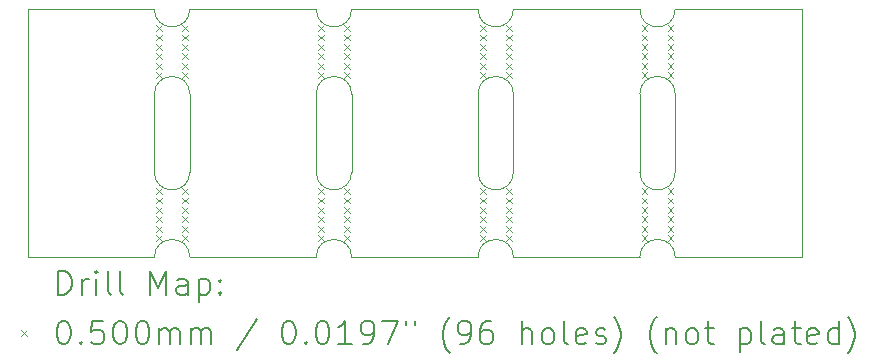
<source format=gbr>
%TF.GenerationSoftware,KiCad,Pcbnew,7.0.11*%
%TF.CreationDate,2024-10-23T23:44:57+03:00*%
%TF.ProjectId,rndip16,726e6469-7031-4362-9e6b-696361645f70,rev?*%
%TF.SameCoordinates,Original*%
%TF.FileFunction,Drillmap*%
%TF.FilePolarity,Positive*%
%FSLAX45Y45*%
G04 Gerber Fmt 4.5, Leading zero omitted, Abs format (unit mm)*
G04 Created by KiCad (PCBNEW 7.0.11) date 2024-10-23 23:44:57*
%MOMM*%
%LPD*%
G01*
G04 APERTURE LIST*
%ADD10C,0.100000*%
%ADD11C,0.200000*%
G04 APERTURE END LIST*
D10*
X11950000Y-6690000D02*
X10880000Y-6690000D01*
X10880000Y-4590000D02*
X11950000Y-4590000D01*
X11950000Y-6690000D02*
X11950000Y-4590000D01*
X10580000Y-6690000D02*
X9510000Y-6690000D01*
X9510000Y-4590000D02*
X10580000Y-4590000D01*
X10580000Y-5970000D02*
X10580000Y-5310000D01*
X10880000Y-5310000D02*
X10880000Y-5970000D01*
X9510000Y-5310000D02*
X9510000Y-5970000D01*
X9210000Y-6690000D02*
X8140000Y-6690000D01*
X8140000Y-4590000D02*
X9210000Y-4590000D01*
X9210000Y-5970000D02*
X9210000Y-5310000D01*
X6470000Y-5970000D02*
X6470000Y-5310000D01*
X6770000Y-5310000D02*
X6770000Y-5970000D01*
X5400000Y-6690000D02*
X5400000Y-4590000D01*
X6470000Y-6690000D02*
X5400000Y-6690000D01*
X5400000Y-4590000D02*
X6470000Y-4590000D01*
X7840000Y-5970000D02*
X7840000Y-5310000D01*
X6770000Y-4590000D02*
X7840000Y-4590000D01*
X7840000Y-6690000D02*
X6770000Y-6690000D01*
X8140000Y-5310000D02*
X8140000Y-5970000D01*
X10880000Y-5310000D02*
G75*
G03*
X10580000Y-5310000I-150000J0D01*
G01*
X10580000Y-4590000D02*
G75*
G03*
X10880000Y-4590000I150000J0D01*
G01*
X10880000Y-6690000D02*
G75*
G03*
X10580000Y-6690000I-150000J0D01*
G01*
X10580000Y-5970000D02*
G75*
G03*
X10880000Y-5970000I150000J0D01*
G01*
X9510000Y-5310000D02*
G75*
G03*
X9210000Y-5310000I-150000J0D01*
G01*
X9210000Y-4590000D02*
G75*
G03*
X9510000Y-4590000I150000J0D01*
G01*
X9510000Y-6690000D02*
G75*
G03*
X9210000Y-6690000I-150000J0D01*
G01*
X9210000Y-5970000D02*
G75*
G03*
X9510000Y-5970000I150000J0D01*
G01*
X6770000Y-6690000D02*
G75*
G03*
X6470000Y-6690000I-150000J0D01*
G01*
X6470000Y-5970000D02*
G75*
G03*
X6770000Y-5970000I150000J0D01*
G01*
X6770000Y-5310000D02*
G75*
G03*
X6470000Y-5310000I-150000J0D01*
G01*
X6470000Y-4590000D02*
G75*
G03*
X6770000Y-4590000I150000J0D01*
G01*
X7840000Y-5970000D02*
G75*
G03*
X8140000Y-5970000I150000J0D01*
G01*
X8140000Y-6690000D02*
G75*
G03*
X7840000Y-6690000I-150000J0D01*
G01*
X7840000Y-4590000D02*
G75*
G03*
X8140000Y-4590000I150000J0D01*
G01*
X8140000Y-5310000D02*
G75*
G03*
X7840000Y-5310000I-150000J0D01*
G01*
D11*
D10*
X6485000Y-4725000D02*
X6535000Y-4775000D01*
X6535000Y-4725000D02*
X6485000Y-4775000D01*
X6485000Y-4805000D02*
X6535000Y-4855000D01*
X6535000Y-4805000D02*
X6485000Y-4855000D01*
X6485000Y-4885000D02*
X6535000Y-4935000D01*
X6535000Y-4885000D02*
X6485000Y-4935000D01*
X6485000Y-4965000D02*
X6535000Y-5015000D01*
X6535000Y-4965000D02*
X6485000Y-5015000D01*
X6485000Y-5045000D02*
X6535000Y-5095000D01*
X6535000Y-5045000D02*
X6485000Y-5095000D01*
X6485000Y-5125000D02*
X6535000Y-5175000D01*
X6535000Y-5125000D02*
X6485000Y-5175000D01*
X6485000Y-6105000D02*
X6535000Y-6155000D01*
X6535000Y-6105000D02*
X6485000Y-6155000D01*
X6485000Y-6185000D02*
X6535000Y-6235000D01*
X6535000Y-6185000D02*
X6485000Y-6235000D01*
X6485000Y-6265000D02*
X6535000Y-6315000D01*
X6535000Y-6265000D02*
X6485000Y-6315000D01*
X6485000Y-6345000D02*
X6535000Y-6395000D01*
X6535000Y-6345000D02*
X6485000Y-6395000D01*
X6485000Y-6425000D02*
X6535000Y-6475000D01*
X6535000Y-6425000D02*
X6485000Y-6475000D01*
X6485000Y-6505000D02*
X6535000Y-6555000D01*
X6535000Y-6505000D02*
X6485000Y-6555000D01*
X6705000Y-4725000D02*
X6755000Y-4775000D01*
X6755000Y-4725000D02*
X6705000Y-4775000D01*
X6705000Y-4805000D02*
X6755000Y-4855000D01*
X6755000Y-4805000D02*
X6705000Y-4855000D01*
X6705000Y-4885000D02*
X6755000Y-4935000D01*
X6755000Y-4885000D02*
X6705000Y-4935000D01*
X6705000Y-4965000D02*
X6755000Y-5015000D01*
X6755000Y-4965000D02*
X6705000Y-5015000D01*
X6705000Y-5045000D02*
X6755000Y-5095000D01*
X6755000Y-5045000D02*
X6705000Y-5095000D01*
X6705000Y-5125000D02*
X6755000Y-5175000D01*
X6755000Y-5125000D02*
X6705000Y-5175000D01*
X6705000Y-6105000D02*
X6755000Y-6155000D01*
X6755000Y-6105000D02*
X6705000Y-6155000D01*
X6705000Y-6185000D02*
X6755000Y-6235000D01*
X6755000Y-6185000D02*
X6705000Y-6235000D01*
X6705000Y-6265000D02*
X6755000Y-6315000D01*
X6755000Y-6265000D02*
X6705000Y-6315000D01*
X6705000Y-6345000D02*
X6755000Y-6395000D01*
X6755000Y-6345000D02*
X6705000Y-6395000D01*
X6705000Y-6425000D02*
X6755000Y-6475000D01*
X6755000Y-6425000D02*
X6705000Y-6475000D01*
X6705000Y-6505000D02*
X6755000Y-6555000D01*
X6755000Y-6505000D02*
X6705000Y-6555000D01*
X7855000Y-4725000D02*
X7905000Y-4775000D01*
X7905000Y-4725000D02*
X7855000Y-4775000D01*
X7855000Y-4805000D02*
X7905000Y-4855000D01*
X7905000Y-4805000D02*
X7855000Y-4855000D01*
X7855000Y-4885000D02*
X7905000Y-4935000D01*
X7905000Y-4885000D02*
X7855000Y-4935000D01*
X7855000Y-4965000D02*
X7905000Y-5015000D01*
X7905000Y-4965000D02*
X7855000Y-5015000D01*
X7855000Y-5045000D02*
X7905000Y-5095000D01*
X7905000Y-5045000D02*
X7855000Y-5095000D01*
X7855000Y-5125000D02*
X7905000Y-5175000D01*
X7905000Y-5125000D02*
X7855000Y-5175000D01*
X7855000Y-6105000D02*
X7905000Y-6155000D01*
X7905000Y-6105000D02*
X7855000Y-6155000D01*
X7855000Y-6185000D02*
X7905000Y-6235000D01*
X7905000Y-6185000D02*
X7855000Y-6235000D01*
X7855000Y-6265000D02*
X7905000Y-6315000D01*
X7905000Y-6265000D02*
X7855000Y-6315000D01*
X7855000Y-6345000D02*
X7905000Y-6395000D01*
X7905000Y-6345000D02*
X7855000Y-6395000D01*
X7855000Y-6425000D02*
X7905000Y-6475000D01*
X7905000Y-6425000D02*
X7855000Y-6475000D01*
X7855000Y-6505000D02*
X7905000Y-6555000D01*
X7905000Y-6505000D02*
X7855000Y-6555000D01*
X8075000Y-4725000D02*
X8125000Y-4775000D01*
X8125000Y-4725000D02*
X8075000Y-4775000D01*
X8075000Y-4805000D02*
X8125000Y-4855000D01*
X8125000Y-4805000D02*
X8075000Y-4855000D01*
X8075000Y-4885000D02*
X8125000Y-4935000D01*
X8125000Y-4885000D02*
X8075000Y-4935000D01*
X8075000Y-4965000D02*
X8125000Y-5015000D01*
X8125000Y-4965000D02*
X8075000Y-5015000D01*
X8075000Y-5045000D02*
X8125000Y-5095000D01*
X8125000Y-5045000D02*
X8075000Y-5095000D01*
X8075000Y-5125000D02*
X8125000Y-5175000D01*
X8125000Y-5125000D02*
X8075000Y-5175000D01*
X8075000Y-6105000D02*
X8125000Y-6155000D01*
X8125000Y-6105000D02*
X8075000Y-6155000D01*
X8075000Y-6185000D02*
X8125000Y-6235000D01*
X8125000Y-6185000D02*
X8075000Y-6235000D01*
X8075000Y-6265000D02*
X8125000Y-6315000D01*
X8125000Y-6265000D02*
X8075000Y-6315000D01*
X8075000Y-6345000D02*
X8125000Y-6395000D01*
X8125000Y-6345000D02*
X8075000Y-6395000D01*
X8075000Y-6425000D02*
X8125000Y-6475000D01*
X8125000Y-6425000D02*
X8075000Y-6475000D01*
X8075000Y-6505000D02*
X8125000Y-6555000D01*
X8125000Y-6505000D02*
X8075000Y-6555000D01*
X9225000Y-4725000D02*
X9275000Y-4775000D01*
X9275000Y-4725000D02*
X9225000Y-4775000D01*
X9225000Y-4805000D02*
X9275000Y-4855000D01*
X9275000Y-4805000D02*
X9225000Y-4855000D01*
X9225000Y-4885000D02*
X9275000Y-4935000D01*
X9275000Y-4885000D02*
X9225000Y-4935000D01*
X9225000Y-4965000D02*
X9275000Y-5015000D01*
X9275000Y-4965000D02*
X9225000Y-5015000D01*
X9225000Y-5045000D02*
X9275000Y-5095000D01*
X9275000Y-5045000D02*
X9225000Y-5095000D01*
X9225000Y-5125000D02*
X9275000Y-5175000D01*
X9275000Y-5125000D02*
X9225000Y-5175000D01*
X9225000Y-6105000D02*
X9275000Y-6155000D01*
X9275000Y-6105000D02*
X9225000Y-6155000D01*
X9225000Y-6185000D02*
X9275000Y-6235000D01*
X9275000Y-6185000D02*
X9225000Y-6235000D01*
X9225000Y-6265000D02*
X9275000Y-6315000D01*
X9275000Y-6265000D02*
X9225000Y-6315000D01*
X9225000Y-6345000D02*
X9275000Y-6395000D01*
X9275000Y-6345000D02*
X9225000Y-6395000D01*
X9225000Y-6425000D02*
X9275000Y-6475000D01*
X9275000Y-6425000D02*
X9225000Y-6475000D01*
X9225000Y-6505000D02*
X9275000Y-6555000D01*
X9275000Y-6505000D02*
X9225000Y-6555000D01*
X9445000Y-4725000D02*
X9495000Y-4775000D01*
X9495000Y-4725000D02*
X9445000Y-4775000D01*
X9445000Y-4805000D02*
X9495000Y-4855000D01*
X9495000Y-4805000D02*
X9445000Y-4855000D01*
X9445000Y-4885000D02*
X9495000Y-4935000D01*
X9495000Y-4885000D02*
X9445000Y-4935000D01*
X9445000Y-4965000D02*
X9495000Y-5015000D01*
X9495000Y-4965000D02*
X9445000Y-5015000D01*
X9445000Y-5045000D02*
X9495000Y-5095000D01*
X9495000Y-5045000D02*
X9445000Y-5095000D01*
X9445000Y-5125000D02*
X9495000Y-5175000D01*
X9495000Y-5125000D02*
X9445000Y-5175000D01*
X9445000Y-6105000D02*
X9495000Y-6155000D01*
X9495000Y-6105000D02*
X9445000Y-6155000D01*
X9445000Y-6185000D02*
X9495000Y-6235000D01*
X9495000Y-6185000D02*
X9445000Y-6235000D01*
X9445000Y-6265000D02*
X9495000Y-6315000D01*
X9495000Y-6265000D02*
X9445000Y-6315000D01*
X9445000Y-6345000D02*
X9495000Y-6395000D01*
X9495000Y-6345000D02*
X9445000Y-6395000D01*
X9445000Y-6425000D02*
X9495000Y-6475000D01*
X9495000Y-6425000D02*
X9445000Y-6475000D01*
X9445000Y-6505000D02*
X9495000Y-6555000D01*
X9495000Y-6505000D02*
X9445000Y-6555000D01*
X10595000Y-4725000D02*
X10645000Y-4775000D01*
X10645000Y-4725000D02*
X10595000Y-4775000D01*
X10595000Y-4805000D02*
X10645000Y-4855000D01*
X10645000Y-4805000D02*
X10595000Y-4855000D01*
X10595000Y-4885000D02*
X10645000Y-4935000D01*
X10645000Y-4885000D02*
X10595000Y-4935000D01*
X10595000Y-4965000D02*
X10645000Y-5015000D01*
X10645000Y-4965000D02*
X10595000Y-5015000D01*
X10595000Y-5045000D02*
X10645000Y-5095000D01*
X10645000Y-5045000D02*
X10595000Y-5095000D01*
X10595000Y-5125000D02*
X10645000Y-5175000D01*
X10645000Y-5125000D02*
X10595000Y-5175000D01*
X10595000Y-6105000D02*
X10645000Y-6155000D01*
X10645000Y-6105000D02*
X10595000Y-6155000D01*
X10595000Y-6185000D02*
X10645000Y-6235000D01*
X10645000Y-6185000D02*
X10595000Y-6235000D01*
X10595000Y-6265000D02*
X10645000Y-6315000D01*
X10645000Y-6265000D02*
X10595000Y-6315000D01*
X10595000Y-6345000D02*
X10645000Y-6395000D01*
X10645000Y-6345000D02*
X10595000Y-6395000D01*
X10595000Y-6425000D02*
X10645000Y-6475000D01*
X10645000Y-6425000D02*
X10595000Y-6475000D01*
X10595000Y-6505000D02*
X10645000Y-6555000D01*
X10645000Y-6505000D02*
X10595000Y-6555000D01*
X10815000Y-4725000D02*
X10865000Y-4775000D01*
X10865000Y-4725000D02*
X10815000Y-4775000D01*
X10815000Y-4805000D02*
X10865000Y-4855000D01*
X10865000Y-4805000D02*
X10815000Y-4855000D01*
X10815000Y-4885000D02*
X10865000Y-4935000D01*
X10865000Y-4885000D02*
X10815000Y-4935000D01*
X10815000Y-4965000D02*
X10865000Y-5015000D01*
X10865000Y-4965000D02*
X10815000Y-5015000D01*
X10815000Y-5045000D02*
X10865000Y-5095000D01*
X10865000Y-5045000D02*
X10815000Y-5095000D01*
X10815000Y-5125000D02*
X10865000Y-5175000D01*
X10865000Y-5125000D02*
X10815000Y-5175000D01*
X10815000Y-6105000D02*
X10865000Y-6155000D01*
X10865000Y-6105000D02*
X10815000Y-6155000D01*
X10815000Y-6185000D02*
X10865000Y-6235000D01*
X10865000Y-6185000D02*
X10815000Y-6235000D01*
X10815000Y-6265000D02*
X10865000Y-6315000D01*
X10865000Y-6265000D02*
X10815000Y-6315000D01*
X10815000Y-6345000D02*
X10865000Y-6395000D01*
X10865000Y-6345000D02*
X10815000Y-6395000D01*
X10815000Y-6425000D02*
X10865000Y-6475000D01*
X10865000Y-6425000D02*
X10815000Y-6475000D01*
X10815000Y-6505000D02*
X10865000Y-6555000D01*
X10865000Y-6505000D02*
X10815000Y-6555000D01*
D11*
X5655777Y-7006484D02*
X5655777Y-6806484D01*
X5655777Y-6806484D02*
X5703396Y-6806484D01*
X5703396Y-6806484D02*
X5731967Y-6816008D01*
X5731967Y-6816008D02*
X5751015Y-6835055D01*
X5751015Y-6835055D02*
X5760539Y-6854103D01*
X5760539Y-6854103D02*
X5770062Y-6892198D01*
X5770062Y-6892198D02*
X5770062Y-6920769D01*
X5770062Y-6920769D02*
X5760539Y-6958865D01*
X5760539Y-6958865D02*
X5751015Y-6977912D01*
X5751015Y-6977912D02*
X5731967Y-6996960D01*
X5731967Y-6996960D02*
X5703396Y-7006484D01*
X5703396Y-7006484D02*
X5655777Y-7006484D01*
X5855777Y-7006484D02*
X5855777Y-6873150D01*
X5855777Y-6911246D02*
X5865301Y-6892198D01*
X5865301Y-6892198D02*
X5874824Y-6882674D01*
X5874824Y-6882674D02*
X5893872Y-6873150D01*
X5893872Y-6873150D02*
X5912920Y-6873150D01*
X5979586Y-7006484D02*
X5979586Y-6873150D01*
X5979586Y-6806484D02*
X5970062Y-6816008D01*
X5970062Y-6816008D02*
X5979586Y-6825531D01*
X5979586Y-6825531D02*
X5989110Y-6816008D01*
X5989110Y-6816008D02*
X5979586Y-6806484D01*
X5979586Y-6806484D02*
X5979586Y-6825531D01*
X6103396Y-7006484D02*
X6084348Y-6996960D01*
X6084348Y-6996960D02*
X6074824Y-6977912D01*
X6074824Y-6977912D02*
X6074824Y-6806484D01*
X6208158Y-7006484D02*
X6189110Y-6996960D01*
X6189110Y-6996960D02*
X6179586Y-6977912D01*
X6179586Y-6977912D02*
X6179586Y-6806484D01*
X6436729Y-7006484D02*
X6436729Y-6806484D01*
X6436729Y-6806484D02*
X6503396Y-6949341D01*
X6503396Y-6949341D02*
X6570062Y-6806484D01*
X6570062Y-6806484D02*
X6570062Y-7006484D01*
X6751015Y-7006484D02*
X6751015Y-6901722D01*
X6751015Y-6901722D02*
X6741491Y-6882674D01*
X6741491Y-6882674D02*
X6722443Y-6873150D01*
X6722443Y-6873150D02*
X6684348Y-6873150D01*
X6684348Y-6873150D02*
X6665301Y-6882674D01*
X6751015Y-6996960D02*
X6731967Y-7006484D01*
X6731967Y-7006484D02*
X6684348Y-7006484D01*
X6684348Y-7006484D02*
X6665301Y-6996960D01*
X6665301Y-6996960D02*
X6655777Y-6977912D01*
X6655777Y-6977912D02*
X6655777Y-6958865D01*
X6655777Y-6958865D02*
X6665301Y-6939817D01*
X6665301Y-6939817D02*
X6684348Y-6930293D01*
X6684348Y-6930293D02*
X6731967Y-6930293D01*
X6731967Y-6930293D02*
X6751015Y-6920769D01*
X6846253Y-6873150D02*
X6846253Y-7073150D01*
X6846253Y-6882674D02*
X6865301Y-6873150D01*
X6865301Y-6873150D02*
X6903396Y-6873150D01*
X6903396Y-6873150D02*
X6922443Y-6882674D01*
X6922443Y-6882674D02*
X6931967Y-6892198D01*
X6931967Y-6892198D02*
X6941491Y-6911246D01*
X6941491Y-6911246D02*
X6941491Y-6968388D01*
X6941491Y-6968388D02*
X6931967Y-6987436D01*
X6931967Y-6987436D02*
X6922443Y-6996960D01*
X6922443Y-6996960D02*
X6903396Y-7006484D01*
X6903396Y-7006484D02*
X6865301Y-7006484D01*
X6865301Y-7006484D02*
X6846253Y-6996960D01*
X7027205Y-6987436D02*
X7036729Y-6996960D01*
X7036729Y-6996960D02*
X7027205Y-7006484D01*
X7027205Y-7006484D02*
X7017682Y-6996960D01*
X7017682Y-6996960D02*
X7027205Y-6987436D01*
X7027205Y-6987436D02*
X7027205Y-7006484D01*
X7027205Y-6882674D02*
X7036729Y-6892198D01*
X7036729Y-6892198D02*
X7027205Y-6901722D01*
X7027205Y-6901722D02*
X7017682Y-6892198D01*
X7017682Y-6892198D02*
X7027205Y-6882674D01*
X7027205Y-6882674D02*
X7027205Y-6901722D01*
D10*
X5345000Y-7310000D02*
X5395000Y-7360000D01*
X5395000Y-7310000D02*
X5345000Y-7360000D01*
D11*
X5693872Y-7226484D02*
X5712920Y-7226484D01*
X5712920Y-7226484D02*
X5731967Y-7236008D01*
X5731967Y-7236008D02*
X5741491Y-7245531D01*
X5741491Y-7245531D02*
X5751015Y-7264579D01*
X5751015Y-7264579D02*
X5760539Y-7302674D01*
X5760539Y-7302674D02*
X5760539Y-7350293D01*
X5760539Y-7350293D02*
X5751015Y-7388388D01*
X5751015Y-7388388D02*
X5741491Y-7407436D01*
X5741491Y-7407436D02*
X5731967Y-7416960D01*
X5731967Y-7416960D02*
X5712920Y-7426484D01*
X5712920Y-7426484D02*
X5693872Y-7426484D01*
X5693872Y-7426484D02*
X5674824Y-7416960D01*
X5674824Y-7416960D02*
X5665301Y-7407436D01*
X5665301Y-7407436D02*
X5655777Y-7388388D01*
X5655777Y-7388388D02*
X5646253Y-7350293D01*
X5646253Y-7350293D02*
X5646253Y-7302674D01*
X5646253Y-7302674D02*
X5655777Y-7264579D01*
X5655777Y-7264579D02*
X5665301Y-7245531D01*
X5665301Y-7245531D02*
X5674824Y-7236008D01*
X5674824Y-7236008D02*
X5693872Y-7226484D01*
X5846253Y-7407436D02*
X5855777Y-7416960D01*
X5855777Y-7416960D02*
X5846253Y-7426484D01*
X5846253Y-7426484D02*
X5836729Y-7416960D01*
X5836729Y-7416960D02*
X5846253Y-7407436D01*
X5846253Y-7407436D02*
X5846253Y-7426484D01*
X6036729Y-7226484D02*
X5941491Y-7226484D01*
X5941491Y-7226484D02*
X5931967Y-7321722D01*
X5931967Y-7321722D02*
X5941491Y-7312198D01*
X5941491Y-7312198D02*
X5960539Y-7302674D01*
X5960539Y-7302674D02*
X6008158Y-7302674D01*
X6008158Y-7302674D02*
X6027205Y-7312198D01*
X6027205Y-7312198D02*
X6036729Y-7321722D01*
X6036729Y-7321722D02*
X6046253Y-7340769D01*
X6046253Y-7340769D02*
X6046253Y-7388388D01*
X6046253Y-7388388D02*
X6036729Y-7407436D01*
X6036729Y-7407436D02*
X6027205Y-7416960D01*
X6027205Y-7416960D02*
X6008158Y-7426484D01*
X6008158Y-7426484D02*
X5960539Y-7426484D01*
X5960539Y-7426484D02*
X5941491Y-7416960D01*
X5941491Y-7416960D02*
X5931967Y-7407436D01*
X6170062Y-7226484D02*
X6189110Y-7226484D01*
X6189110Y-7226484D02*
X6208158Y-7236008D01*
X6208158Y-7236008D02*
X6217682Y-7245531D01*
X6217682Y-7245531D02*
X6227205Y-7264579D01*
X6227205Y-7264579D02*
X6236729Y-7302674D01*
X6236729Y-7302674D02*
X6236729Y-7350293D01*
X6236729Y-7350293D02*
X6227205Y-7388388D01*
X6227205Y-7388388D02*
X6217682Y-7407436D01*
X6217682Y-7407436D02*
X6208158Y-7416960D01*
X6208158Y-7416960D02*
X6189110Y-7426484D01*
X6189110Y-7426484D02*
X6170062Y-7426484D01*
X6170062Y-7426484D02*
X6151015Y-7416960D01*
X6151015Y-7416960D02*
X6141491Y-7407436D01*
X6141491Y-7407436D02*
X6131967Y-7388388D01*
X6131967Y-7388388D02*
X6122443Y-7350293D01*
X6122443Y-7350293D02*
X6122443Y-7302674D01*
X6122443Y-7302674D02*
X6131967Y-7264579D01*
X6131967Y-7264579D02*
X6141491Y-7245531D01*
X6141491Y-7245531D02*
X6151015Y-7236008D01*
X6151015Y-7236008D02*
X6170062Y-7226484D01*
X6360539Y-7226484D02*
X6379586Y-7226484D01*
X6379586Y-7226484D02*
X6398634Y-7236008D01*
X6398634Y-7236008D02*
X6408158Y-7245531D01*
X6408158Y-7245531D02*
X6417682Y-7264579D01*
X6417682Y-7264579D02*
X6427205Y-7302674D01*
X6427205Y-7302674D02*
X6427205Y-7350293D01*
X6427205Y-7350293D02*
X6417682Y-7388388D01*
X6417682Y-7388388D02*
X6408158Y-7407436D01*
X6408158Y-7407436D02*
X6398634Y-7416960D01*
X6398634Y-7416960D02*
X6379586Y-7426484D01*
X6379586Y-7426484D02*
X6360539Y-7426484D01*
X6360539Y-7426484D02*
X6341491Y-7416960D01*
X6341491Y-7416960D02*
X6331967Y-7407436D01*
X6331967Y-7407436D02*
X6322443Y-7388388D01*
X6322443Y-7388388D02*
X6312920Y-7350293D01*
X6312920Y-7350293D02*
X6312920Y-7302674D01*
X6312920Y-7302674D02*
X6322443Y-7264579D01*
X6322443Y-7264579D02*
X6331967Y-7245531D01*
X6331967Y-7245531D02*
X6341491Y-7236008D01*
X6341491Y-7236008D02*
X6360539Y-7226484D01*
X6512920Y-7426484D02*
X6512920Y-7293150D01*
X6512920Y-7312198D02*
X6522443Y-7302674D01*
X6522443Y-7302674D02*
X6541491Y-7293150D01*
X6541491Y-7293150D02*
X6570063Y-7293150D01*
X6570063Y-7293150D02*
X6589110Y-7302674D01*
X6589110Y-7302674D02*
X6598634Y-7321722D01*
X6598634Y-7321722D02*
X6598634Y-7426484D01*
X6598634Y-7321722D02*
X6608158Y-7302674D01*
X6608158Y-7302674D02*
X6627205Y-7293150D01*
X6627205Y-7293150D02*
X6655777Y-7293150D01*
X6655777Y-7293150D02*
X6674824Y-7302674D01*
X6674824Y-7302674D02*
X6684348Y-7321722D01*
X6684348Y-7321722D02*
X6684348Y-7426484D01*
X6779586Y-7426484D02*
X6779586Y-7293150D01*
X6779586Y-7312198D02*
X6789110Y-7302674D01*
X6789110Y-7302674D02*
X6808158Y-7293150D01*
X6808158Y-7293150D02*
X6836729Y-7293150D01*
X6836729Y-7293150D02*
X6855777Y-7302674D01*
X6855777Y-7302674D02*
X6865301Y-7321722D01*
X6865301Y-7321722D02*
X6865301Y-7426484D01*
X6865301Y-7321722D02*
X6874824Y-7302674D01*
X6874824Y-7302674D02*
X6893872Y-7293150D01*
X6893872Y-7293150D02*
X6922443Y-7293150D01*
X6922443Y-7293150D02*
X6941491Y-7302674D01*
X6941491Y-7302674D02*
X6951015Y-7321722D01*
X6951015Y-7321722D02*
X6951015Y-7426484D01*
X7341491Y-7216960D02*
X7170063Y-7474103D01*
X7598634Y-7226484D02*
X7617682Y-7226484D01*
X7617682Y-7226484D02*
X7636729Y-7236008D01*
X7636729Y-7236008D02*
X7646253Y-7245531D01*
X7646253Y-7245531D02*
X7655777Y-7264579D01*
X7655777Y-7264579D02*
X7665301Y-7302674D01*
X7665301Y-7302674D02*
X7665301Y-7350293D01*
X7665301Y-7350293D02*
X7655777Y-7388388D01*
X7655777Y-7388388D02*
X7646253Y-7407436D01*
X7646253Y-7407436D02*
X7636729Y-7416960D01*
X7636729Y-7416960D02*
X7617682Y-7426484D01*
X7617682Y-7426484D02*
X7598634Y-7426484D01*
X7598634Y-7426484D02*
X7579586Y-7416960D01*
X7579586Y-7416960D02*
X7570063Y-7407436D01*
X7570063Y-7407436D02*
X7560539Y-7388388D01*
X7560539Y-7388388D02*
X7551015Y-7350293D01*
X7551015Y-7350293D02*
X7551015Y-7302674D01*
X7551015Y-7302674D02*
X7560539Y-7264579D01*
X7560539Y-7264579D02*
X7570063Y-7245531D01*
X7570063Y-7245531D02*
X7579586Y-7236008D01*
X7579586Y-7236008D02*
X7598634Y-7226484D01*
X7751015Y-7407436D02*
X7760539Y-7416960D01*
X7760539Y-7416960D02*
X7751015Y-7426484D01*
X7751015Y-7426484D02*
X7741491Y-7416960D01*
X7741491Y-7416960D02*
X7751015Y-7407436D01*
X7751015Y-7407436D02*
X7751015Y-7426484D01*
X7884348Y-7226484D02*
X7903396Y-7226484D01*
X7903396Y-7226484D02*
X7922444Y-7236008D01*
X7922444Y-7236008D02*
X7931967Y-7245531D01*
X7931967Y-7245531D02*
X7941491Y-7264579D01*
X7941491Y-7264579D02*
X7951015Y-7302674D01*
X7951015Y-7302674D02*
X7951015Y-7350293D01*
X7951015Y-7350293D02*
X7941491Y-7388388D01*
X7941491Y-7388388D02*
X7931967Y-7407436D01*
X7931967Y-7407436D02*
X7922444Y-7416960D01*
X7922444Y-7416960D02*
X7903396Y-7426484D01*
X7903396Y-7426484D02*
X7884348Y-7426484D01*
X7884348Y-7426484D02*
X7865301Y-7416960D01*
X7865301Y-7416960D02*
X7855777Y-7407436D01*
X7855777Y-7407436D02*
X7846253Y-7388388D01*
X7846253Y-7388388D02*
X7836729Y-7350293D01*
X7836729Y-7350293D02*
X7836729Y-7302674D01*
X7836729Y-7302674D02*
X7846253Y-7264579D01*
X7846253Y-7264579D02*
X7855777Y-7245531D01*
X7855777Y-7245531D02*
X7865301Y-7236008D01*
X7865301Y-7236008D02*
X7884348Y-7226484D01*
X8141491Y-7426484D02*
X8027206Y-7426484D01*
X8084348Y-7426484D02*
X8084348Y-7226484D01*
X8084348Y-7226484D02*
X8065301Y-7255055D01*
X8065301Y-7255055D02*
X8046253Y-7274103D01*
X8046253Y-7274103D02*
X8027206Y-7283627D01*
X8236729Y-7426484D02*
X8274825Y-7426484D01*
X8274825Y-7426484D02*
X8293872Y-7416960D01*
X8293872Y-7416960D02*
X8303396Y-7407436D01*
X8303396Y-7407436D02*
X8322444Y-7378865D01*
X8322444Y-7378865D02*
X8331967Y-7340769D01*
X8331967Y-7340769D02*
X8331967Y-7264579D01*
X8331967Y-7264579D02*
X8322444Y-7245531D01*
X8322444Y-7245531D02*
X8312920Y-7236008D01*
X8312920Y-7236008D02*
X8293872Y-7226484D01*
X8293872Y-7226484D02*
X8255777Y-7226484D01*
X8255777Y-7226484D02*
X8236729Y-7236008D01*
X8236729Y-7236008D02*
X8227206Y-7245531D01*
X8227206Y-7245531D02*
X8217682Y-7264579D01*
X8217682Y-7264579D02*
X8217682Y-7312198D01*
X8217682Y-7312198D02*
X8227206Y-7331246D01*
X8227206Y-7331246D02*
X8236729Y-7340769D01*
X8236729Y-7340769D02*
X8255777Y-7350293D01*
X8255777Y-7350293D02*
X8293872Y-7350293D01*
X8293872Y-7350293D02*
X8312920Y-7340769D01*
X8312920Y-7340769D02*
X8322444Y-7331246D01*
X8322444Y-7331246D02*
X8331967Y-7312198D01*
X8398634Y-7226484D02*
X8531968Y-7226484D01*
X8531968Y-7226484D02*
X8446253Y-7426484D01*
X8598634Y-7226484D02*
X8598634Y-7264579D01*
X8674825Y-7226484D02*
X8674825Y-7264579D01*
X8970063Y-7502674D02*
X8960539Y-7493150D01*
X8960539Y-7493150D02*
X8941491Y-7464579D01*
X8941491Y-7464579D02*
X8931968Y-7445531D01*
X8931968Y-7445531D02*
X8922444Y-7416960D01*
X8922444Y-7416960D02*
X8912920Y-7369341D01*
X8912920Y-7369341D02*
X8912920Y-7331246D01*
X8912920Y-7331246D02*
X8922444Y-7283627D01*
X8922444Y-7283627D02*
X8931968Y-7255055D01*
X8931968Y-7255055D02*
X8941491Y-7236008D01*
X8941491Y-7236008D02*
X8960539Y-7207436D01*
X8960539Y-7207436D02*
X8970063Y-7197912D01*
X9055777Y-7426484D02*
X9093872Y-7426484D01*
X9093872Y-7426484D02*
X9112920Y-7416960D01*
X9112920Y-7416960D02*
X9122444Y-7407436D01*
X9122444Y-7407436D02*
X9141491Y-7378865D01*
X9141491Y-7378865D02*
X9151015Y-7340769D01*
X9151015Y-7340769D02*
X9151015Y-7264579D01*
X9151015Y-7264579D02*
X9141491Y-7245531D01*
X9141491Y-7245531D02*
X9131968Y-7236008D01*
X9131968Y-7236008D02*
X9112920Y-7226484D01*
X9112920Y-7226484D02*
X9074825Y-7226484D01*
X9074825Y-7226484D02*
X9055777Y-7236008D01*
X9055777Y-7236008D02*
X9046253Y-7245531D01*
X9046253Y-7245531D02*
X9036730Y-7264579D01*
X9036730Y-7264579D02*
X9036730Y-7312198D01*
X9036730Y-7312198D02*
X9046253Y-7331246D01*
X9046253Y-7331246D02*
X9055777Y-7340769D01*
X9055777Y-7340769D02*
X9074825Y-7350293D01*
X9074825Y-7350293D02*
X9112920Y-7350293D01*
X9112920Y-7350293D02*
X9131968Y-7340769D01*
X9131968Y-7340769D02*
X9141491Y-7331246D01*
X9141491Y-7331246D02*
X9151015Y-7312198D01*
X9322444Y-7226484D02*
X9284349Y-7226484D01*
X9284349Y-7226484D02*
X9265301Y-7236008D01*
X9265301Y-7236008D02*
X9255777Y-7245531D01*
X9255777Y-7245531D02*
X9236730Y-7274103D01*
X9236730Y-7274103D02*
X9227206Y-7312198D01*
X9227206Y-7312198D02*
X9227206Y-7388388D01*
X9227206Y-7388388D02*
X9236730Y-7407436D01*
X9236730Y-7407436D02*
X9246253Y-7416960D01*
X9246253Y-7416960D02*
X9265301Y-7426484D01*
X9265301Y-7426484D02*
X9303396Y-7426484D01*
X9303396Y-7426484D02*
X9322444Y-7416960D01*
X9322444Y-7416960D02*
X9331968Y-7407436D01*
X9331968Y-7407436D02*
X9341491Y-7388388D01*
X9341491Y-7388388D02*
X9341491Y-7340769D01*
X9341491Y-7340769D02*
X9331968Y-7321722D01*
X9331968Y-7321722D02*
X9322444Y-7312198D01*
X9322444Y-7312198D02*
X9303396Y-7302674D01*
X9303396Y-7302674D02*
X9265301Y-7302674D01*
X9265301Y-7302674D02*
X9246253Y-7312198D01*
X9246253Y-7312198D02*
X9236730Y-7321722D01*
X9236730Y-7321722D02*
X9227206Y-7340769D01*
X9579587Y-7426484D02*
X9579587Y-7226484D01*
X9665301Y-7426484D02*
X9665301Y-7321722D01*
X9665301Y-7321722D02*
X9655777Y-7302674D01*
X9655777Y-7302674D02*
X9636730Y-7293150D01*
X9636730Y-7293150D02*
X9608158Y-7293150D01*
X9608158Y-7293150D02*
X9589111Y-7302674D01*
X9589111Y-7302674D02*
X9579587Y-7312198D01*
X9789111Y-7426484D02*
X9770063Y-7416960D01*
X9770063Y-7416960D02*
X9760539Y-7407436D01*
X9760539Y-7407436D02*
X9751015Y-7388388D01*
X9751015Y-7388388D02*
X9751015Y-7331246D01*
X9751015Y-7331246D02*
X9760539Y-7312198D01*
X9760539Y-7312198D02*
X9770063Y-7302674D01*
X9770063Y-7302674D02*
X9789111Y-7293150D01*
X9789111Y-7293150D02*
X9817682Y-7293150D01*
X9817682Y-7293150D02*
X9836730Y-7302674D01*
X9836730Y-7302674D02*
X9846253Y-7312198D01*
X9846253Y-7312198D02*
X9855777Y-7331246D01*
X9855777Y-7331246D02*
X9855777Y-7388388D01*
X9855777Y-7388388D02*
X9846253Y-7407436D01*
X9846253Y-7407436D02*
X9836730Y-7416960D01*
X9836730Y-7416960D02*
X9817682Y-7426484D01*
X9817682Y-7426484D02*
X9789111Y-7426484D01*
X9970063Y-7426484D02*
X9951015Y-7416960D01*
X9951015Y-7416960D02*
X9941492Y-7397912D01*
X9941492Y-7397912D02*
X9941492Y-7226484D01*
X10122444Y-7416960D02*
X10103396Y-7426484D01*
X10103396Y-7426484D02*
X10065301Y-7426484D01*
X10065301Y-7426484D02*
X10046253Y-7416960D01*
X10046253Y-7416960D02*
X10036730Y-7397912D01*
X10036730Y-7397912D02*
X10036730Y-7321722D01*
X10036730Y-7321722D02*
X10046253Y-7302674D01*
X10046253Y-7302674D02*
X10065301Y-7293150D01*
X10065301Y-7293150D02*
X10103396Y-7293150D01*
X10103396Y-7293150D02*
X10122444Y-7302674D01*
X10122444Y-7302674D02*
X10131968Y-7321722D01*
X10131968Y-7321722D02*
X10131968Y-7340769D01*
X10131968Y-7340769D02*
X10036730Y-7359817D01*
X10208158Y-7416960D02*
X10227206Y-7426484D01*
X10227206Y-7426484D02*
X10265301Y-7426484D01*
X10265301Y-7426484D02*
X10284349Y-7416960D01*
X10284349Y-7416960D02*
X10293873Y-7397912D01*
X10293873Y-7397912D02*
X10293873Y-7388388D01*
X10293873Y-7388388D02*
X10284349Y-7369341D01*
X10284349Y-7369341D02*
X10265301Y-7359817D01*
X10265301Y-7359817D02*
X10236730Y-7359817D01*
X10236730Y-7359817D02*
X10217682Y-7350293D01*
X10217682Y-7350293D02*
X10208158Y-7331246D01*
X10208158Y-7331246D02*
X10208158Y-7321722D01*
X10208158Y-7321722D02*
X10217682Y-7302674D01*
X10217682Y-7302674D02*
X10236730Y-7293150D01*
X10236730Y-7293150D02*
X10265301Y-7293150D01*
X10265301Y-7293150D02*
X10284349Y-7302674D01*
X10360539Y-7502674D02*
X10370063Y-7493150D01*
X10370063Y-7493150D02*
X10389111Y-7464579D01*
X10389111Y-7464579D02*
X10398634Y-7445531D01*
X10398634Y-7445531D02*
X10408158Y-7416960D01*
X10408158Y-7416960D02*
X10417682Y-7369341D01*
X10417682Y-7369341D02*
X10417682Y-7331246D01*
X10417682Y-7331246D02*
X10408158Y-7283627D01*
X10408158Y-7283627D02*
X10398634Y-7255055D01*
X10398634Y-7255055D02*
X10389111Y-7236008D01*
X10389111Y-7236008D02*
X10370063Y-7207436D01*
X10370063Y-7207436D02*
X10360539Y-7197912D01*
X10722444Y-7502674D02*
X10712920Y-7493150D01*
X10712920Y-7493150D02*
X10693873Y-7464579D01*
X10693873Y-7464579D02*
X10684349Y-7445531D01*
X10684349Y-7445531D02*
X10674825Y-7416960D01*
X10674825Y-7416960D02*
X10665301Y-7369341D01*
X10665301Y-7369341D02*
X10665301Y-7331246D01*
X10665301Y-7331246D02*
X10674825Y-7283627D01*
X10674825Y-7283627D02*
X10684349Y-7255055D01*
X10684349Y-7255055D02*
X10693873Y-7236008D01*
X10693873Y-7236008D02*
X10712920Y-7207436D01*
X10712920Y-7207436D02*
X10722444Y-7197912D01*
X10798634Y-7293150D02*
X10798634Y-7426484D01*
X10798634Y-7312198D02*
X10808158Y-7302674D01*
X10808158Y-7302674D02*
X10827206Y-7293150D01*
X10827206Y-7293150D02*
X10855777Y-7293150D01*
X10855777Y-7293150D02*
X10874825Y-7302674D01*
X10874825Y-7302674D02*
X10884349Y-7321722D01*
X10884349Y-7321722D02*
X10884349Y-7426484D01*
X11008158Y-7426484D02*
X10989111Y-7416960D01*
X10989111Y-7416960D02*
X10979587Y-7407436D01*
X10979587Y-7407436D02*
X10970063Y-7388388D01*
X10970063Y-7388388D02*
X10970063Y-7331246D01*
X10970063Y-7331246D02*
X10979587Y-7312198D01*
X10979587Y-7312198D02*
X10989111Y-7302674D01*
X10989111Y-7302674D02*
X11008158Y-7293150D01*
X11008158Y-7293150D02*
X11036730Y-7293150D01*
X11036730Y-7293150D02*
X11055777Y-7302674D01*
X11055777Y-7302674D02*
X11065301Y-7312198D01*
X11065301Y-7312198D02*
X11074825Y-7331246D01*
X11074825Y-7331246D02*
X11074825Y-7388388D01*
X11074825Y-7388388D02*
X11065301Y-7407436D01*
X11065301Y-7407436D02*
X11055777Y-7416960D01*
X11055777Y-7416960D02*
X11036730Y-7426484D01*
X11036730Y-7426484D02*
X11008158Y-7426484D01*
X11131968Y-7293150D02*
X11208158Y-7293150D01*
X11160539Y-7226484D02*
X11160539Y-7397912D01*
X11160539Y-7397912D02*
X11170063Y-7416960D01*
X11170063Y-7416960D02*
X11189111Y-7426484D01*
X11189111Y-7426484D02*
X11208158Y-7426484D01*
X11427206Y-7293150D02*
X11427206Y-7493150D01*
X11427206Y-7302674D02*
X11446253Y-7293150D01*
X11446253Y-7293150D02*
X11484349Y-7293150D01*
X11484349Y-7293150D02*
X11503396Y-7302674D01*
X11503396Y-7302674D02*
X11512920Y-7312198D01*
X11512920Y-7312198D02*
X11522444Y-7331246D01*
X11522444Y-7331246D02*
X11522444Y-7388388D01*
X11522444Y-7388388D02*
X11512920Y-7407436D01*
X11512920Y-7407436D02*
X11503396Y-7416960D01*
X11503396Y-7416960D02*
X11484349Y-7426484D01*
X11484349Y-7426484D02*
X11446253Y-7426484D01*
X11446253Y-7426484D02*
X11427206Y-7416960D01*
X11636730Y-7426484D02*
X11617682Y-7416960D01*
X11617682Y-7416960D02*
X11608158Y-7397912D01*
X11608158Y-7397912D02*
X11608158Y-7226484D01*
X11798634Y-7426484D02*
X11798634Y-7321722D01*
X11798634Y-7321722D02*
X11789111Y-7302674D01*
X11789111Y-7302674D02*
X11770063Y-7293150D01*
X11770063Y-7293150D02*
X11731968Y-7293150D01*
X11731968Y-7293150D02*
X11712920Y-7302674D01*
X11798634Y-7416960D02*
X11779587Y-7426484D01*
X11779587Y-7426484D02*
X11731968Y-7426484D01*
X11731968Y-7426484D02*
X11712920Y-7416960D01*
X11712920Y-7416960D02*
X11703396Y-7397912D01*
X11703396Y-7397912D02*
X11703396Y-7378865D01*
X11703396Y-7378865D02*
X11712920Y-7359817D01*
X11712920Y-7359817D02*
X11731968Y-7350293D01*
X11731968Y-7350293D02*
X11779587Y-7350293D01*
X11779587Y-7350293D02*
X11798634Y-7340769D01*
X11865301Y-7293150D02*
X11941492Y-7293150D01*
X11893873Y-7226484D02*
X11893873Y-7397912D01*
X11893873Y-7397912D02*
X11903396Y-7416960D01*
X11903396Y-7416960D02*
X11922444Y-7426484D01*
X11922444Y-7426484D02*
X11941492Y-7426484D01*
X12084349Y-7416960D02*
X12065301Y-7426484D01*
X12065301Y-7426484D02*
X12027206Y-7426484D01*
X12027206Y-7426484D02*
X12008158Y-7416960D01*
X12008158Y-7416960D02*
X11998634Y-7397912D01*
X11998634Y-7397912D02*
X11998634Y-7321722D01*
X11998634Y-7321722D02*
X12008158Y-7302674D01*
X12008158Y-7302674D02*
X12027206Y-7293150D01*
X12027206Y-7293150D02*
X12065301Y-7293150D01*
X12065301Y-7293150D02*
X12084349Y-7302674D01*
X12084349Y-7302674D02*
X12093873Y-7321722D01*
X12093873Y-7321722D02*
X12093873Y-7340769D01*
X12093873Y-7340769D02*
X11998634Y-7359817D01*
X12265301Y-7426484D02*
X12265301Y-7226484D01*
X12265301Y-7416960D02*
X12246254Y-7426484D01*
X12246254Y-7426484D02*
X12208158Y-7426484D01*
X12208158Y-7426484D02*
X12189111Y-7416960D01*
X12189111Y-7416960D02*
X12179587Y-7407436D01*
X12179587Y-7407436D02*
X12170063Y-7388388D01*
X12170063Y-7388388D02*
X12170063Y-7331246D01*
X12170063Y-7331246D02*
X12179587Y-7312198D01*
X12179587Y-7312198D02*
X12189111Y-7302674D01*
X12189111Y-7302674D02*
X12208158Y-7293150D01*
X12208158Y-7293150D02*
X12246254Y-7293150D01*
X12246254Y-7293150D02*
X12265301Y-7302674D01*
X12341492Y-7502674D02*
X12351015Y-7493150D01*
X12351015Y-7493150D02*
X12370063Y-7464579D01*
X12370063Y-7464579D02*
X12379587Y-7445531D01*
X12379587Y-7445531D02*
X12389111Y-7416960D01*
X12389111Y-7416960D02*
X12398634Y-7369341D01*
X12398634Y-7369341D02*
X12398634Y-7331246D01*
X12398634Y-7331246D02*
X12389111Y-7283627D01*
X12389111Y-7283627D02*
X12379587Y-7255055D01*
X12379587Y-7255055D02*
X12370063Y-7236008D01*
X12370063Y-7236008D02*
X12351015Y-7207436D01*
X12351015Y-7207436D02*
X12341492Y-7197912D01*
M02*

</source>
